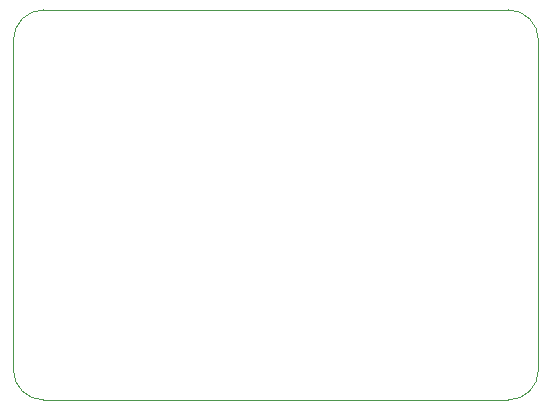
<source format=gm1>
%TF.GenerationSoftware,KiCad,Pcbnew,9.0.4+dfsg-1*%
%TF.CreationDate,2025-10-02T09:05:41+08:00*%
%TF.ProjectId,stlink,73746c69-6e6b-42e6-9b69-6361645f7063,b*%
%TF.SameCoordinates,Original*%
%TF.FileFunction,Profile,NP*%
%FSLAX45Y45*%
G04 Gerber Fmt 4.5, Leading zero omitted, Abs format (unit mm)*
G04 Created by KiCad (PCBNEW 9.0.4+dfsg-1) date 2025-10-02 09:05:41*
%MOMM*%
%LPD*%
G01*
G04 APERTURE LIST*
%TA.AperFunction,Profile*%
%ADD10C,0.050000*%
%TD*%
G04 APERTURE END LIST*
D10*
%TO.C,B1*%
X10160000Y-7493000D02*
X10160000Y-10287000D01*
X14351000Y-7239000D02*
X10414000Y-7239000D01*
X14351000Y-10541000D02*
X10414000Y-10541000D01*
X14605000Y-7493000D02*
X14605000Y-10287000D01*
X10160000Y-7493000D02*
G75*
G02*
X10414000Y-7239000I254000J0D01*
G01*
X10414000Y-10541000D02*
G75*
G02*
X10160000Y-10287000I0J254000D01*
G01*
X14351000Y-7239000D02*
G75*
G02*
X14605000Y-7493000I0J-254000D01*
G01*
X14605000Y-10287000D02*
G75*
G02*
X14351000Y-10541000I-254000J0D01*
G01*
%TD*%
M02*

</source>
